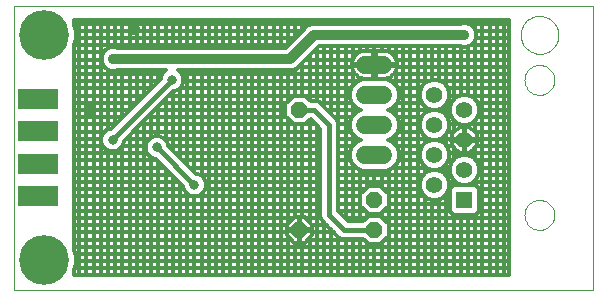
<source format=gbl>
G75*
G70*
%OFA0B0*%
%FSLAX24Y24*%
%IPPOS*%
%LPD*%
%AMOC8*
5,1,8,0,0,1.08239X$1,22.5*
%
%ADD10C,0.0000*%
%ADD11OC8,0.0520*%
%ADD12C,0.0554*%
%ADD13R,0.0554X0.0554*%
%ADD14R,0.1378X0.0669*%
%ADD15C,0.0600*%
%ADD16C,0.0160*%
%ADD17C,0.0413*%
%ADD18C,0.0120*%
%ADD19C,0.0320*%
%ADD20C,0.0356*%
%ADD21C,0.0317*%
%ADD22C,0.1660*%
D10*
X004777Y002056D02*
X004777Y011505D01*
X024069Y011505D01*
X024069Y002056D01*
X004777Y002056D01*
X021777Y004556D02*
X021779Y004600D01*
X021785Y004644D01*
X021795Y004687D01*
X021808Y004729D01*
X021825Y004770D01*
X021846Y004809D01*
X021870Y004846D01*
X021897Y004881D01*
X021927Y004913D01*
X021960Y004943D01*
X021996Y004969D01*
X022033Y004993D01*
X022073Y005012D01*
X022114Y005029D01*
X022157Y005041D01*
X022200Y005050D01*
X022244Y005055D01*
X022288Y005056D01*
X022332Y005053D01*
X022376Y005046D01*
X022419Y005035D01*
X022461Y005021D01*
X022501Y005003D01*
X022540Y004981D01*
X022576Y004957D01*
X022610Y004929D01*
X022642Y004898D01*
X022671Y004864D01*
X022697Y004828D01*
X022719Y004790D01*
X022738Y004750D01*
X022753Y004708D01*
X022765Y004666D01*
X022773Y004622D01*
X022777Y004578D01*
X022777Y004534D01*
X022773Y004490D01*
X022765Y004446D01*
X022753Y004404D01*
X022738Y004362D01*
X022719Y004322D01*
X022697Y004284D01*
X022671Y004248D01*
X022642Y004214D01*
X022610Y004183D01*
X022576Y004155D01*
X022540Y004131D01*
X022501Y004109D01*
X022461Y004091D01*
X022419Y004077D01*
X022376Y004066D01*
X022332Y004059D01*
X022288Y004056D01*
X022244Y004057D01*
X022200Y004062D01*
X022157Y004071D01*
X022114Y004083D01*
X022073Y004100D01*
X022033Y004119D01*
X021996Y004143D01*
X021960Y004169D01*
X021927Y004199D01*
X021897Y004231D01*
X021870Y004266D01*
X021846Y004303D01*
X021825Y004342D01*
X021808Y004383D01*
X021795Y004425D01*
X021785Y004468D01*
X021779Y004512D01*
X021777Y004556D01*
X021777Y009056D02*
X021779Y009100D01*
X021785Y009144D01*
X021795Y009187D01*
X021808Y009229D01*
X021825Y009270D01*
X021846Y009309D01*
X021870Y009346D01*
X021897Y009381D01*
X021927Y009413D01*
X021960Y009443D01*
X021996Y009469D01*
X022033Y009493D01*
X022073Y009512D01*
X022114Y009529D01*
X022157Y009541D01*
X022200Y009550D01*
X022244Y009555D01*
X022288Y009556D01*
X022332Y009553D01*
X022376Y009546D01*
X022419Y009535D01*
X022461Y009521D01*
X022501Y009503D01*
X022540Y009481D01*
X022576Y009457D01*
X022610Y009429D01*
X022642Y009398D01*
X022671Y009364D01*
X022697Y009328D01*
X022719Y009290D01*
X022738Y009250D01*
X022753Y009208D01*
X022765Y009166D01*
X022773Y009122D01*
X022777Y009078D01*
X022777Y009034D01*
X022773Y008990D01*
X022765Y008946D01*
X022753Y008904D01*
X022738Y008862D01*
X022719Y008822D01*
X022697Y008784D01*
X022671Y008748D01*
X022642Y008714D01*
X022610Y008683D01*
X022576Y008655D01*
X022540Y008631D01*
X022501Y008609D01*
X022461Y008591D01*
X022419Y008577D01*
X022376Y008566D01*
X022332Y008559D01*
X022288Y008556D01*
X022244Y008557D01*
X022200Y008562D01*
X022157Y008571D01*
X022114Y008583D01*
X022073Y008600D01*
X022033Y008619D01*
X021996Y008643D01*
X021960Y008669D01*
X021927Y008699D01*
X021897Y008731D01*
X021870Y008766D01*
X021846Y008803D01*
X021825Y008842D01*
X021808Y008883D01*
X021795Y008925D01*
X021785Y008968D01*
X021779Y009012D01*
X021777Y009056D01*
X021647Y010556D02*
X021649Y010606D01*
X021655Y010656D01*
X021665Y010705D01*
X021679Y010753D01*
X021696Y010800D01*
X021717Y010845D01*
X021742Y010889D01*
X021770Y010930D01*
X021802Y010969D01*
X021836Y011006D01*
X021873Y011040D01*
X021913Y011070D01*
X021955Y011097D01*
X021999Y011121D01*
X022045Y011142D01*
X022092Y011158D01*
X022140Y011171D01*
X022190Y011180D01*
X022239Y011185D01*
X022290Y011186D01*
X022340Y011183D01*
X022389Y011176D01*
X022438Y011165D01*
X022486Y011150D01*
X022532Y011132D01*
X022577Y011110D01*
X022620Y011084D01*
X022661Y011055D01*
X022700Y011023D01*
X022736Y010988D01*
X022768Y010950D01*
X022798Y010910D01*
X022825Y010867D01*
X022848Y010823D01*
X022867Y010777D01*
X022883Y010729D01*
X022895Y010680D01*
X022903Y010631D01*
X022907Y010581D01*
X022907Y010531D01*
X022903Y010481D01*
X022895Y010432D01*
X022883Y010383D01*
X022867Y010335D01*
X022848Y010289D01*
X022825Y010245D01*
X022798Y010202D01*
X022768Y010162D01*
X022736Y010124D01*
X022700Y010089D01*
X022661Y010057D01*
X022620Y010028D01*
X022577Y010002D01*
X022532Y009980D01*
X022486Y009962D01*
X022438Y009947D01*
X022389Y009936D01*
X022340Y009929D01*
X022290Y009926D01*
X022239Y009927D01*
X022190Y009932D01*
X022140Y009941D01*
X022092Y009954D01*
X022045Y009970D01*
X021999Y009991D01*
X021955Y010015D01*
X021913Y010042D01*
X021873Y010072D01*
X021836Y010106D01*
X021802Y010143D01*
X021770Y010182D01*
X021742Y010223D01*
X021717Y010267D01*
X021696Y010312D01*
X021679Y010359D01*
X021665Y010407D01*
X021655Y010456D01*
X021649Y010506D01*
X021647Y010556D01*
D11*
X014277Y008056D03*
X016777Y005056D03*
X016777Y004056D03*
X014277Y004056D03*
D12*
X018777Y005556D03*
X019777Y006056D03*
X018777Y006556D03*
X019777Y007056D03*
X018777Y007556D03*
X019777Y008056D03*
X018777Y008556D03*
D13*
X019777Y005056D03*
D14*
X005567Y005186D03*
X005567Y006266D03*
X005567Y007346D03*
X005567Y008426D03*
D15*
X016477Y008556D02*
X017077Y008556D01*
X017077Y007556D02*
X016477Y007556D01*
X016477Y006556D02*
X017077Y006556D01*
X017077Y009556D02*
X016477Y009556D01*
D16*
X014777Y008056D02*
X014277Y008056D01*
X014777Y008056D02*
X015277Y007556D01*
X015277Y004556D01*
X015777Y004056D01*
X016777Y004056D01*
X010777Y005556D02*
X009527Y006806D01*
X008047Y007056D02*
X008027Y007056D01*
X010027Y009056D01*
D17*
X007277Y008056D03*
X008777Y010756D03*
D18*
X008857Y011056D02*
X008857Y010136D01*
X008617Y010136D02*
X008617Y011056D01*
X008377Y011056D02*
X008377Y010136D01*
X008200Y010136D02*
X008156Y010154D01*
X007998Y010154D01*
X007852Y010094D01*
X007740Y009982D01*
X007679Y009835D01*
X007679Y009677D01*
X007740Y009531D01*
X007852Y009419D01*
X007998Y009358D01*
X008156Y009358D01*
X008200Y009376D01*
X009812Y009376D01*
X009706Y009270D01*
X009649Y009131D01*
X009649Y009102D01*
X007981Y007434D01*
X007972Y007434D01*
X007833Y007377D01*
X007726Y007270D01*
X007669Y007131D01*
X007669Y006981D01*
X007726Y006842D01*
X007833Y006735D01*
X007972Y006678D01*
X008123Y006678D01*
X008262Y006735D01*
X008368Y006842D01*
X008426Y006981D01*
X008426Y007030D01*
X010073Y008678D01*
X010103Y008678D01*
X010242Y008735D01*
X010348Y008842D01*
X010406Y008981D01*
X010406Y009131D01*
X010348Y009270D01*
X010242Y009376D01*
X014053Y009376D01*
X014193Y009434D01*
X014299Y009541D01*
X014935Y010176D01*
X019654Y010176D01*
X019698Y010158D01*
X019856Y010158D01*
X020003Y010219D01*
X020115Y010331D01*
X020175Y010477D01*
X020175Y010635D01*
X020115Y010782D01*
X020003Y010894D01*
X019856Y010954D01*
X019698Y010954D01*
X019654Y010936D01*
X014853Y010936D01*
X014702Y010936D01*
X014562Y010878D01*
X013820Y010136D01*
X008200Y010136D01*
X008137Y010154D02*
X008137Y011056D01*
X007897Y011056D02*
X007897Y010112D01*
X007738Y009976D02*
X006777Y009976D01*
X006777Y009736D02*
X007679Y009736D01*
X007774Y009496D02*
X006777Y009496D01*
X006777Y009256D02*
X009701Y009256D01*
X009577Y009376D02*
X009577Y009030D01*
X009563Y009016D02*
X006777Y009016D01*
X006777Y008776D02*
X009323Y008776D01*
X009337Y008790D02*
X009337Y009376D01*
X009097Y009376D02*
X009097Y008550D01*
X009083Y008536D02*
X006777Y008536D01*
X006777Y008296D02*
X008843Y008296D01*
X008857Y008310D02*
X008857Y009376D01*
X008617Y009376D02*
X008617Y008070D01*
X008603Y008056D02*
X006777Y008056D01*
X006777Y007816D02*
X008363Y007816D01*
X008377Y007830D02*
X008377Y009376D01*
X008137Y009358D02*
X008137Y007590D01*
X008123Y007576D02*
X006777Y007576D01*
X006777Y007336D02*
X007792Y007336D01*
X007897Y007404D02*
X007897Y009400D01*
X009097Y010136D02*
X009097Y011056D01*
X009337Y011056D02*
X009337Y010136D01*
X009577Y010136D02*
X009577Y011056D01*
X009817Y011056D02*
X009817Y010136D01*
X010057Y010136D02*
X010057Y011056D01*
X010297Y011056D02*
X010297Y010136D01*
X010537Y010136D02*
X010537Y011056D01*
X010777Y011056D02*
X010777Y010136D01*
X011017Y010136D02*
X011017Y011056D01*
X011257Y011056D02*
X011257Y010136D01*
X011497Y010136D02*
X011497Y011056D01*
X011737Y011056D02*
X011737Y010136D01*
X011977Y010136D02*
X011977Y011056D01*
X012217Y011056D02*
X012217Y010136D01*
X012457Y010136D02*
X012457Y011056D01*
X012697Y011056D02*
X012697Y010136D01*
X012937Y010136D02*
X012937Y011056D01*
X013177Y011056D02*
X013177Y010136D01*
X013417Y010136D02*
X013417Y011056D01*
X013657Y011056D02*
X013657Y010136D01*
X013897Y010213D02*
X013897Y011056D01*
X014137Y011056D02*
X014137Y010453D01*
X014140Y010456D02*
X006827Y010456D01*
X006827Y010418D02*
X006827Y010694D01*
X006777Y010880D01*
X006777Y011056D01*
X021277Y011056D01*
X021277Y002556D01*
X006777Y002556D01*
X006777Y002732D01*
X006827Y002918D01*
X006827Y003194D01*
X006777Y003381D01*
X006777Y010232D01*
X006827Y010418D01*
X006777Y010216D02*
X013900Y010216D01*
X014377Y010693D02*
X014377Y011056D01*
X014617Y011056D02*
X014617Y010901D01*
X014857Y010936D02*
X014857Y011056D01*
X015097Y011056D02*
X015097Y010936D01*
X015337Y010936D02*
X015337Y011056D01*
X015577Y011056D02*
X015577Y010936D01*
X015817Y010936D02*
X015817Y011056D01*
X016057Y011056D02*
X016057Y010936D01*
X016297Y010936D02*
X016297Y011056D01*
X016537Y011056D02*
X016537Y010936D01*
X016777Y010936D02*
X016777Y011056D01*
X017017Y011056D02*
X017017Y010936D01*
X017257Y010936D02*
X017257Y011056D01*
X017497Y011056D02*
X017497Y010936D01*
X017737Y010936D02*
X017737Y011056D01*
X017977Y011056D02*
X017977Y010936D01*
X018217Y010936D02*
X018217Y011056D01*
X018457Y011056D02*
X018457Y010936D01*
X018697Y010936D02*
X018697Y011056D01*
X018937Y011056D02*
X018937Y010936D01*
X019177Y010936D02*
X019177Y011056D01*
X019417Y011056D02*
X019417Y010936D01*
X019655Y010936D02*
X006777Y010936D01*
X006937Y011056D02*
X006937Y002556D01*
X007177Y002556D02*
X007177Y011056D01*
X007417Y011056D02*
X007417Y002556D01*
X007657Y002556D02*
X007657Y011056D01*
X006827Y010696D02*
X014380Y010696D01*
X014857Y010099D02*
X014857Y008348D01*
X014837Y008356D02*
X014656Y008356D01*
X014476Y008536D01*
X014079Y008536D01*
X013797Y008255D01*
X013797Y007857D01*
X014079Y007576D01*
X008972Y007576D01*
X008857Y007462D02*
X008857Y002556D01*
X008617Y002556D02*
X008617Y007222D01*
X008732Y007336D02*
X014977Y007336D01*
X014977Y007432D02*
X014977Y004496D01*
X015023Y004386D01*
X015107Y004302D01*
X015607Y003802D01*
X015718Y003756D01*
X015837Y003756D01*
X016399Y003756D01*
X016579Y003576D01*
X016976Y003576D01*
X017257Y003857D01*
X017257Y004255D01*
X016976Y004536D01*
X016579Y004536D01*
X016399Y004356D01*
X015902Y004356D01*
X015577Y004680D01*
X015577Y010176D01*
X015337Y010176D02*
X015337Y007920D01*
X015442Y007816D02*
X016022Y007816D01*
X016036Y007851D02*
X015957Y007659D01*
X015957Y007453D01*
X016036Y007261D01*
X016183Y007115D01*
X016326Y007056D01*
X016183Y006997D01*
X016036Y006851D01*
X015957Y006659D01*
X015957Y006453D01*
X016036Y006261D01*
X016183Y006115D01*
X016374Y006036D01*
X017181Y006036D01*
X017372Y006115D01*
X017518Y006261D01*
X017597Y006453D01*
X017597Y006659D01*
X017518Y006851D01*
X017372Y006997D01*
X017229Y007056D01*
X017372Y007115D01*
X017518Y007261D01*
X017597Y007453D01*
X017597Y007659D01*
X017518Y007851D01*
X017372Y007997D01*
X017229Y008056D01*
X019280Y008056D01*
X019280Y007957D02*
X019356Y007774D01*
X019496Y007635D01*
X019678Y007559D01*
X019876Y007559D01*
X020059Y007635D01*
X020199Y007774D01*
X020274Y007957D01*
X020274Y008155D01*
X020199Y008338D01*
X020059Y008478D01*
X019876Y008553D01*
X019678Y008553D01*
X019496Y008478D01*
X019356Y008338D01*
X019280Y008155D01*
X019280Y007957D01*
X019177Y007859D02*
X019177Y008253D01*
X019199Y008274D02*
X019274Y008457D01*
X019274Y008655D01*
X019199Y008838D01*
X019059Y008978D01*
X018876Y009053D01*
X018678Y009053D01*
X018496Y008978D01*
X018356Y008838D01*
X018280Y008655D01*
X018280Y008457D01*
X018356Y008274D01*
X018496Y008135D01*
X018678Y008059D01*
X018876Y008059D01*
X019059Y008135D01*
X019199Y008274D01*
X019208Y008296D02*
X019339Y008296D01*
X019417Y008399D02*
X019417Y010176D01*
X019177Y010176D02*
X019177Y008859D01*
X019224Y008776D02*
X021277Y008776D01*
X021277Y008536D02*
X019918Y008536D01*
X019897Y008544D02*
X019897Y010175D01*
X019997Y010216D02*
X021277Y010216D01*
X021277Y010456D02*
X020167Y010456D01*
X020137Y010385D02*
X020137Y008399D01*
X020216Y008296D02*
X021277Y008296D01*
X021277Y008056D02*
X020274Y008056D01*
X020216Y007816D02*
X021277Y007816D01*
X021277Y007576D02*
X019918Y007576D01*
X019897Y007568D02*
X019897Y007477D01*
X019880Y007482D02*
X019945Y007461D01*
X020006Y007430D01*
X020062Y007389D01*
X020111Y007341D01*
X020151Y007285D01*
X020182Y007224D01*
X020204Y007158D01*
X020214Y007090D01*
X020214Y007085D01*
X019806Y007085D01*
X019749Y007085D01*
X019749Y007493D01*
X019743Y007493D01*
X019675Y007482D01*
X019609Y007461D01*
X019548Y007430D01*
X019493Y007389D01*
X019444Y007341D01*
X019403Y007285D01*
X019372Y007224D01*
X019351Y007158D01*
X019340Y007090D01*
X019340Y007085D01*
X019748Y007085D01*
X019748Y007027D01*
X019340Y007027D01*
X019340Y007022D01*
X019351Y006954D01*
X019372Y006888D01*
X019403Y006827D01*
X019444Y006771D01*
X019493Y006723D01*
X019548Y006682D01*
X019609Y006651D01*
X019675Y006630D01*
X019743Y006619D01*
X019749Y006619D01*
X019749Y007027D01*
X019806Y007027D01*
X019806Y006619D01*
X019812Y006619D01*
X019880Y006630D01*
X019945Y006651D01*
X020006Y006682D01*
X020062Y006723D01*
X020111Y006771D01*
X020151Y006827D01*
X020182Y006888D01*
X020204Y006954D01*
X020214Y007022D01*
X020214Y007027D01*
X019806Y007027D01*
X019806Y007085D01*
X019806Y007493D01*
X019812Y007493D01*
X019880Y007482D01*
X019806Y007336D02*
X019749Y007336D01*
X019657Y007477D02*
X019657Y007568D01*
X019637Y007576D02*
X019274Y007576D01*
X019274Y007655D02*
X019199Y007838D01*
X019059Y007978D01*
X018876Y008053D01*
X018678Y008053D01*
X018496Y007978D01*
X018356Y007838D01*
X018280Y007655D01*
X018280Y007457D01*
X018356Y007274D01*
X018496Y007135D01*
X018678Y007059D01*
X018876Y007059D01*
X019059Y007135D01*
X019199Y007274D01*
X019274Y007457D01*
X019274Y007655D01*
X019417Y007713D02*
X019417Y007304D01*
X019440Y007336D02*
X019224Y007336D01*
X019177Y007253D02*
X019177Y006859D01*
X019180Y006856D02*
X019389Y006856D01*
X019417Y006808D02*
X019417Y006399D01*
X019394Y006376D02*
X019241Y006376D01*
X019274Y006457D02*
X019199Y006274D01*
X019059Y006135D01*
X018876Y006059D01*
X018678Y006059D01*
X018496Y006135D01*
X018356Y006274D01*
X018280Y006457D01*
X018280Y006655D01*
X018356Y006838D01*
X018496Y006978D01*
X018678Y007053D01*
X018876Y007053D01*
X019059Y006978D01*
X019199Y006838D01*
X019274Y006655D01*
X019274Y006457D01*
X019356Y006338D02*
X019280Y006155D01*
X019280Y005957D01*
X019356Y005774D01*
X019496Y005635D01*
X019678Y005559D01*
X019876Y005559D01*
X020059Y005635D01*
X020199Y005774D01*
X020274Y005957D01*
X020274Y006155D01*
X020199Y006338D01*
X020059Y006478D01*
X019876Y006553D01*
X019678Y006553D01*
X019496Y006478D01*
X019356Y006338D01*
X019177Y006253D02*
X019177Y005859D01*
X019199Y005838D02*
X019059Y005978D01*
X018876Y006053D01*
X018678Y006053D01*
X018496Y005978D01*
X018356Y005838D01*
X018280Y005655D01*
X018280Y005457D01*
X018356Y005274D01*
X018496Y005135D01*
X018678Y005059D01*
X018876Y005059D01*
X019059Y005135D01*
X019199Y005274D01*
X019274Y005457D01*
X019274Y005655D01*
X019199Y005838D01*
X019140Y005896D02*
X019305Y005896D01*
X019280Y006136D02*
X019060Y006136D01*
X018937Y006084D02*
X018937Y006028D01*
X018697Y006053D02*
X018697Y006059D01*
X018494Y006136D02*
X017393Y006136D01*
X017497Y006241D02*
X017497Y002556D01*
X017257Y002556D02*
X017257Y006068D01*
X017017Y006036D02*
X017017Y005495D01*
X016976Y005536D02*
X016579Y005536D01*
X016297Y005255D01*
X016297Y006068D01*
X016162Y006136D02*
X015577Y006136D01*
X015577Y005896D02*
X018414Y005896D01*
X018457Y005939D02*
X018457Y006173D01*
X018314Y006376D02*
X017566Y006376D01*
X017597Y006616D02*
X018280Y006616D01*
X018374Y006856D02*
X017513Y006856D01*
X017497Y006871D02*
X017497Y007241D01*
X017549Y007336D02*
X018330Y007336D01*
X018457Y007173D02*
X018457Y006939D01*
X018589Y007096D02*
X017326Y007096D01*
X017257Y007068D02*
X017257Y007044D01*
X017597Y007576D02*
X018280Y007576D01*
X018347Y007816D02*
X017532Y007816D01*
X017497Y007871D02*
X017497Y008241D01*
X017518Y008261D02*
X017372Y008115D01*
X017229Y008056D01*
X017257Y008044D02*
X017257Y008068D01*
X017518Y008261D02*
X017597Y008453D01*
X017597Y008659D01*
X017518Y008851D01*
X017372Y008997D01*
X017181Y009076D01*
X016374Y009076D01*
X016183Y008997D01*
X016036Y008851D01*
X015957Y008659D01*
X015957Y008453D01*
X016036Y008261D01*
X016183Y008115D01*
X016326Y008056D01*
X016183Y007997D01*
X016036Y007851D01*
X016057Y007871D02*
X016057Y008241D01*
X016022Y008296D02*
X014962Y008296D01*
X014947Y008310D02*
X014837Y008356D01*
X014947Y008310D02*
X015032Y008226D01*
X015532Y007726D01*
X015577Y007616D01*
X015577Y007496D01*
X015577Y004680D01*
X015577Y004696D02*
X016459Y004696D01*
X016537Y004617D02*
X016537Y004495D01*
X016499Y004456D02*
X015802Y004456D01*
X015817Y004440D02*
X015817Y010176D01*
X016057Y010176D02*
X016057Y009745D01*
X016053Y009736D02*
X014495Y009736D01*
X014377Y009619D02*
X014377Y008536D01*
X014137Y008536D02*
X014137Y009411D01*
X014255Y009496D02*
X016021Y009496D01*
X016018Y009516D02*
X016029Y009448D01*
X016051Y009379D01*
X016084Y009315D01*
X016126Y009256D01*
X016178Y009205D01*
X016236Y009163D01*
X016301Y009130D01*
X016370Y009107D01*
X016441Y009096D01*
X016737Y009096D01*
X016737Y009516D01*
X016018Y009516D01*
X016057Y009516D02*
X016057Y009596D01*
X016018Y009596D02*
X016737Y009596D01*
X016737Y009516D01*
X016817Y009516D01*
X016817Y009096D01*
X017114Y009096D01*
X017185Y009107D01*
X017254Y009130D01*
X017318Y009163D01*
X017377Y009205D01*
X017428Y009256D01*
X021277Y009256D01*
X021277Y009496D02*
X017533Y009496D01*
X017537Y009516D02*
X017526Y009448D01*
X017504Y009379D01*
X017471Y009315D01*
X017428Y009256D01*
X017497Y009367D02*
X017497Y008871D01*
X017549Y008776D02*
X018330Y008776D01*
X018457Y008939D02*
X018457Y010176D01*
X018217Y010176D02*
X018217Y002556D01*
X017977Y002556D02*
X017977Y010176D01*
X017737Y010176D02*
X017737Y002556D01*
X017017Y002556D02*
X017017Y003617D01*
X017136Y003736D02*
X021277Y003736D01*
X021277Y003496D02*
X006777Y003496D01*
X006777Y003736D02*
X014003Y003736D01*
X014103Y003636D02*
X013857Y003882D01*
X013857Y004036D01*
X014257Y004036D01*
X014257Y004076D01*
X013857Y004076D01*
X013857Y004230D01*
X014103Y004476D01*
X014257Y004476D01*
X014257Y004076D01*
X014297Y004076D01*
X014297Y004476D01*
X014451Y004476D01*
X014697Y004230D01*
X014697Y004076D01*
X014298Y004076D01*
X014298Y004036D01*
X014697Y004036D01*
X014697Y003882D01*
X014451Y003636D01*
X014297Y003636D01*
X014297Y004036D01*
X014257Y004036D01*
X014257Y003636D01*
X014103Y003636D01*
X014137Y003636D02*
X014137Y002556D01*
X013897Y002556D02*
X013897Y003842D01*
X013857Y003976D02*
X006777Y003976D01*
X006777Y004216D02*
X013857Y004216D01*
X013897Y004270D02*
X013897Y007757D01*
X013839Y007816D02*
X009212Y007816D01*
X009097Y007702D02*
X009097Y002556D01*
X009337Y002556D02*
X009337Y006475D01*
X009313Y006485D02*
X009452Y006428D01*
X009481Y006428D01*
X010399Y005510D01*
X010399Y005481D01*
X010456Y005342D01*
X010563Y005235D01*
X010702Y005178D01*
X010853Y005178D01*
X010992Y005235D01*
X011098Y005342D01*
X011156Y005481D01*
X011156Y005631D01*
X011098Y005770D01*
X010992Y005877D01*
X010853Y005934D01*
X010823Y005934D01*
X009906Y006852D01*
X009906Y006881D01*
X009848Y007020D01*
X009742Y007127D01*
X009603Y007184D01*
X009452Y007184D01*
X009313Y007127D01*
X009206Y007020D01*
X009149Y006881D01*
X009149Y006731D01*
X009206Y006592D01*
X009313Y006485D01*
X009196Y006616D02*
X006777Y006616D01*
X006777Y006376D02*
X009533Y006376D01*
X009577Y006332D02*
X009577Y002556D01*
X009817Y002556D02*
X009817Y006092D01*
X009773Y006136D02*
X006777Y006136D01*
X006777Y005896D02*
X010013Y005896D01*
X010057Y005852D02*
X010057Y002556D01*
X010297Y002556D02*
X010297Y005612D01*
X010253Y005656D02*
X006777Y005656D01*
X006777Y005416D02*
X010426Y005416D01*
X010537Y005261D02*
X010537Y002556D01*
X010777Y002556D02*
X010777Y005178D01*
X011017Y005261D02*
X011017Y002556D01*
X011257Y002556D02*
X011257Y009376D01*
X011017Y009376D02*
X011017Y005851D01*
X010945Y005896D02*
X014977Y005896D01*
X014977Y006136D02*
X010622Y006136D01*
X010537Y006220D02*
X010537Y009376D01*
X010354Y009256D02*
X016127Y009256D01*
X016057Y009367D02*
X016057Y008871D01*
X016006Y008776D02*
X010282Y008776D01*
X010297Y008791D02*
X010297Y006460D01*
X010382Y006376D02*
X014977Y006376D01*
X014977Y006616D02*
X010142Y006616D01*
X010057Y006700D02*
X010057Y008662D01*
X009932Y008536D02*
X015957Y008536D01*
X016229Y009016D02*
X010406Y009016D01*
X010297Y009321D02*
X010297Y009376D01*
X010777Y009376D02*
X010777Y005980D01*
X011145Y005656D02*
X014977Y005656D01*
X014977Y005416D02*
X011129Y005416D01*
X009906Y006856D02*
X014977Y006856D01*
X014977Y007096D02*
X009772Y007096D01*
X009817Y007051D02*
X009817Y008422D01*
X009692Y008296D02*
X013839Y008296D01*
X013897Y008355D02*
X013897Y009376D01*
X013657Y009376D02*
X013657Y002556D01*
X013417Y002556D02*
X013417Y009376D01*
X013177Y009376D02*
X013177Y002556D01*
X012937Y002556D02*
X012937Y009376D01*
X012697Y009376D02*
X012697Y002556D01*
X012457Y002556D02*
X012457Y009376D01*
X012217Y009376D02*
X012217Y002556D01*
X011977Y002556D02*
X011977Y009376D01*
X011737Y009376D02*
X011737Y002556D01*
X011497Y002556D02*
X011497Y009376D01*
X009577Y008182D02*
X009577Y007184D01*
X009337Y007137D02*
X009337Y007942D01*
X009452Y008056D02*
X013797Y008056D01*
X014079Y007576D02*
X014476Y007576D01*
X014833Y007576D01*
X014857Y007552D02*
X014857Y002556D01*
X014617Y002556D02*
X014617Y003802D01*
X014551Y003736D02*
X016419Y003736D01*
X016297Y003756D02*
X016297Y002556D01*
X016057Y002556D02*
X016057Y003756D01*
X015817Y003756D02*
X015817Y002556D01*
X015577Y002556D02*
X015577Y003832D01*
X015433Y003976D02*
X014697Y003976D01*
X014617Y004036D02*
X014617Y004076D01*
X014697Y004216D02*
X015193Y004216D01*
X015097Y004312D02*
X015097Y002556D01*
X015337Y002556D02*
X015337Y004072D01*
X014994Y004456D02*
X014471Y004456D01*
X014377Y004476D02*
X014377Y007576D01*
X014476Y007576D02*
X014655Y007755D01*
X014977Y007432D01*
X014617Y007717D02*
X014617Y004310D01*
X014297Y004216D02*
X014257Y004216D01*
X014137Y004076D02*
X014137Y004036D01*
X014257Y003976D02*
X014297Y003976D01*
X014377Y004036D02*
X014377Y004076D01*
X014297Y004456D02*
X014257Y004456D01*
X014137Y004476D02*
X014137Y007576D01*
X015097Y008160D02*
X015097Y010176D01*
X014735Y009976D02*
X016288Y009976D01*
X016297Y009981D02*
X016297Y010176D01*
X016370Y010005D02*
X016301Y009982D01*
X016236Y009949D01*
X016178Y009907D01*
X016126Y009856D01*
X016084Y009797D01*
X016051Y009733D01*
X016029Y009664D01*
X016018Y009596D01*
X016297Y009596D02*
X016297Y009516D01*
X016537Y009516D02*
X016537Y009596D01*
X016737Y009596D02*
X016737Y010016D01*
X016441Y010016D01*
X016370Y010005D01*
X016537Y010016D02*
X016537Y010176D01*
X016777Y010176D02*
X016777Y009596D01*
X016817Y009596D02*
X016737Y009596D01*
X016817Y009596D02*
X016817Y010016D01*
X017114Y010016D01*
X017185Y010005D01*
X017254Y009982D01*
X017318Y009949D01*
X017377Y009907D01*
X017428Y009856D01*
X017471Y009797D01*
X017504Y009733D01*
X017526Y009664D01*
X017537Y009596D01*
X016818Y009596D01*
X016818Y009516D01*
X017537Y009516D01*
X017497Y009516D02*
X017497Y009596D01*
X017502Y009736D02*
X021277Y009736D01*
X021277Y009976D02*
X017266Y009976D01*
X017257Y009981D02*
X017257Y010176D01*
X017017Y010176D02*
X017017Y010016D01*
X016817Y009976D02*
X016737Y009976D01*
X016737Y009736D02*
X016817Y009736D01*
X016777Y009516D02*
X016777Y009076D01*
X016537Y009076D02*
X016537Y009096D01*
X016297Y009131D02*
X016297Y009044D01*
X016737Y009256D02*
X016817Y009256D01*
X016817Y009496D02*
X016737Y009496D01*
X017017Y009516D02*
X017017Y009596D01*
X017257Y009596D02*
X017257Y009516D01*
X017497Y009745D02*
X017497Y010176D01*
X018697Y010176D02*
X018697Y009053D01*
X018589Y009016D02*
X017326Y009016D01*
X017257Y009044D02*
X017257Y009131D01*
X017017Y009096D02*
X017017Y009076D01*
X017597Y008536D02*
X018280Y008536D01*
X018347Y008296D02*
X017532Y008296D01*
X018457Y008173D02*
X018457Y007939D01*
X018697Y008053D02*
X018697Y008059D01*
X018937Y008028D02*
X018937Y008084D01*
X019208Y007816D02*
X019339Y007816D01*
X020114Y007336D02*
X021277Y007336D01*
X021277Y007096D02*
X020214Y007096D01*
X020137Y007085D02*
X020137Y007027D01*
X020166Y006856D02*
X021277Y006856D01*
X021277Y006616D02*
X019274Y006616D01*
X019657Y006635D02*
X019657Y006544D01*
X019897Y006544D02*
X019897Y006635D01*
X020137Y006808D02*
X020137Y006399D01*
X020160Y006376D02*
X021277Y006376D01*
X021277Y006136D02*
X020274Y006136D01*
X020249Y005896D02*
X021277Y005896D01*
X021277Y005656D02*
X020080Y005656D01*
X020137Y005713D02*
X020137Y005553D01*
X020146Y005553D02*
X020274Y005424D01*
X020274Y004688D01*
X020146Y004559D01*
X019409Y004559D01*
X019280Y004688D01*
X019280Y005424D01*
X019409Y005553D01*
X020146Y005553D01*
X020274Y005416D02*
X021277Y005416D01*
X021277Y005176D02*
X020274Y005176D01*
X020274Y004936D02*
X021277Y004936D01*
X021277Y004696D02*
X020274Y004696D01*
X020137Y004559D02*
X020137Y002556D01*
X019897Y002556D02*
X019897Y004559D01*
X019657Y004559D02*
X019657Y002556D01*
X019417Y002556D02*
X019417Y004559D01*
X019280Y004696D02*
X017096Y004696D01*
X017017Y004617D02*
X017017Y004495D01*
X017056Y004456D02*
X021277Y004456D01*
X021277Y004216D02*
X017257Y004216D01*
X017257Y003976D02*
X021277Y003976D01*
X021277Y003256D02*
X006811Y003256D01*
X006827Y003016D02*
X021277Y003016D01*
X021277Y002776D02*
X006789Y002776D01*
X007897Y002556D02*
X007897Y006709D01*
X007720Y006856D02*
X006777Y006856D01*
X006777Y007096D02*
X007669Y007096D01*
X008374Y006856D02*
X009149Y006856D01*
X009282Y007096D02*
X008492Y007096D01*
X008377Y006864D02*
X008377Y002556D01*
X008137Y002556D02*
X008137Y006684D01*
X006777Y005176D02*
X014977Y005176D01*
X014977Y004936D02*
X006777Y004936D01*
X006777Y004696D02*
X014977Y004696D01*
X015577Y004936D02*
X016297Y004936D01*
X016297Y004857D02*
X016297Y004356D01*
X016057Y004356D02*
X016057Y006241D01*
X015989Y006376D02*
X015577Y006376D01*
X015577Y006616D02*
X015957Y006616D01*
X016042Y006856D02*
X015577Y006856D01*
X015577Y007096D02*
X016229Y007096D01*
X016297Y007068D02*
X016297Y007044D01*
X016057Y006871D02*
X016057Y007241D01*
X016006Y007336D02*
X015577Y007336D01*
X015577Y007576D02*
X015957Y007576D01*
X016297Y008044D02*
X016297Y008068D01*
X016326Y008056D02*
X015202Y008056D01*
X014617Y008395D02*
X014617Y009859D01*
X018937Y010176D02*
X018937Y009028D01*
X018966Y009016D02*
X021277Y009016D01*
X019657Y008544D02*
X019657Y010175D01*
X020150Y010696D02*
X021277Y010696D01*
X021277Y010936D02*
X019900Y010936D01*
X019897Y010937D02*
X019897Y011056D01*
X019657Y011056D02*
X019657Y010937D01*
X020137Y011056D02*
X020137Y010727D01*
X020377Y011056D02*
X020377Y002556D01*
X020617Y002556D02*
X020617Y011056D01*
X020857Y011056D02*
X020857Y002556D01*
X021097Y002556D02*
X021097Y011056D01*
X019637Y008536D02*
X019274Y008536D01*
X020137Y007713D02*
X020137Y007304D01*
X019897Y007085D02*
X019897Y007027D01*
X019806Y007096D02*
X019749Y007096D01*
X019657Y007085D02*
X019657Y007027D01*
X019749Y006856D02*
X019806Y006856D01*
X019417Y007027D02*
X019417Y007085D01*
X019341Y007096D02*
X018966Y007096D01*
X018937Y007084D02*
X018937Y007028D01*
X018697Y007053D02*
X018697Y007059D01*
X016777Y006036D02*
X016777Y005536D01*
X016976Y005536D02*
X017257Y005255D01*
X017257Y004857D01*
X016976Y004576D01*
X016579Y004576D01*
X016297Y004857D01*
X016297Y005255D01*
X016297Y005176D02*
X015577Y005176D01*
X015577Y005416D02*
X016459Y005416D01*
X016537Y005495D02*
X016537Y006036D01*
X015577Y005656D02*
X018281Y005656D01*
X018297Y005416D02*
X017096Y005416D01*
X017257Y005176D02*
X018454Y005176D01*
X018457Y005173D02*
X018457Y002556D01*
X018697Y002556D02*
X018697Y005059D01*
X018937Y005084D02*
X018937Y002556D01*
X019177Y002556D02*
X019177Y005253D01*
X019100Y005176D02*
X019280Y005176D01*
X019280Y005416D02*
X019257Y005416D01*
X019417Y005553D02*
X019417Y005713D01*
X019474Y005656D02*
X019274Y005656D01*
X019657Y005568D02*
X019657Y005553D01*
X019897Y005553D02*
X019897Y005568D01*
X019280Y004936D02*
X017257Y004936D01*
X016777Y004576D02*
X016777Y004536D01*
X016537Y003617D02*
X016537Y002556D01*
X016777Y002556D02*
X016777Y003576D01*
X014377Y003636D02*
X014377Y002556D01*
X014297Y003736D02*
X014257Y003736D01*
X013897Y004036D02*
X013897Y004076D01*
X014083Y004456D02*
X006777Y004456D01*
D19*
X008127Y009756D02*
X013977Y009756D01*
X014777Y010556D01*
X019777Y010556D01*
D20*
X019777Y010556D03*
X008077Y009756D03*
D21*
X010027Y009056D03*
X008047Y007056D03*
X009527Y006806D03*
X010777Y005556D03*
D22*
X005777Y003056D03*
X005777Y010556D03*
M02*

</source>
